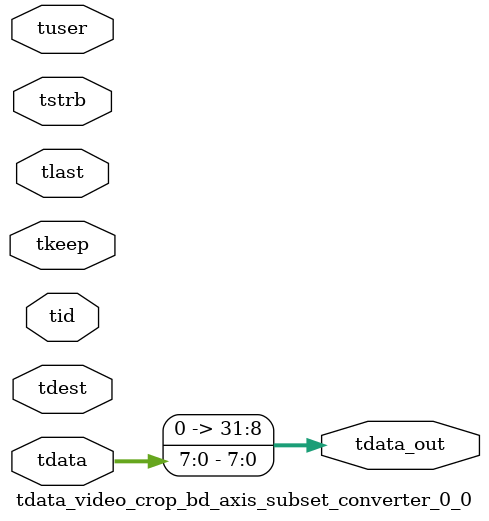
<source format=v>


`timescale 1ps/1ps

module tdata_video_crop_bd_axis_subset_converter_0_0 #
(
parameter C_S_AXIS_TDATA_WIDTH = 32,
parameter C_S_AXIS_TUSER_WIDTH = 0,
parameter C_S_AXIS_TID_WIDTH   = 0,
parameter C_S_AXIS_TDEST_WIDTH = 0,
parameter C_M_AXIS_TDATA_WIDTH = 32
)
(
input  [(C_S_AXIS_TDATA_WIDTH == 0 ? 1 : C_S_AXIS_TDATA_WIDTH)-1:0     ] tdata,
input  [(C_S_AXIS_TUSER_WIDTH == 0 ? 1 : C_S_AXIS_TUSER_WIDTH)-1:0     ] tuser,
input  [(C_S_AXIS_TID_WIDTH   == 0 ? 1 : C_S_AXIS_TID_WIDTH)-1:0       ] tid,
input  [(C_S_AXIS_TDEST_WIDTH == 0 ? 1 : C_S_AXIS_TDEST_WIDTH)-1:0     ] tdest,
input  [(C_S_AXIS_TDATA_WIDTH/8)-1:0 ] tkeep,
input  [(C_S_AXIS_TDATA_WIDTH/8)-1:0 ] tstrb,
input                                                                    tlast,
output [C_M_AXIS_TDATA_WIDTH-1:0] tdata_out
);

assign tdata_out = {tdata[7:0]};

endmodule


</source>
